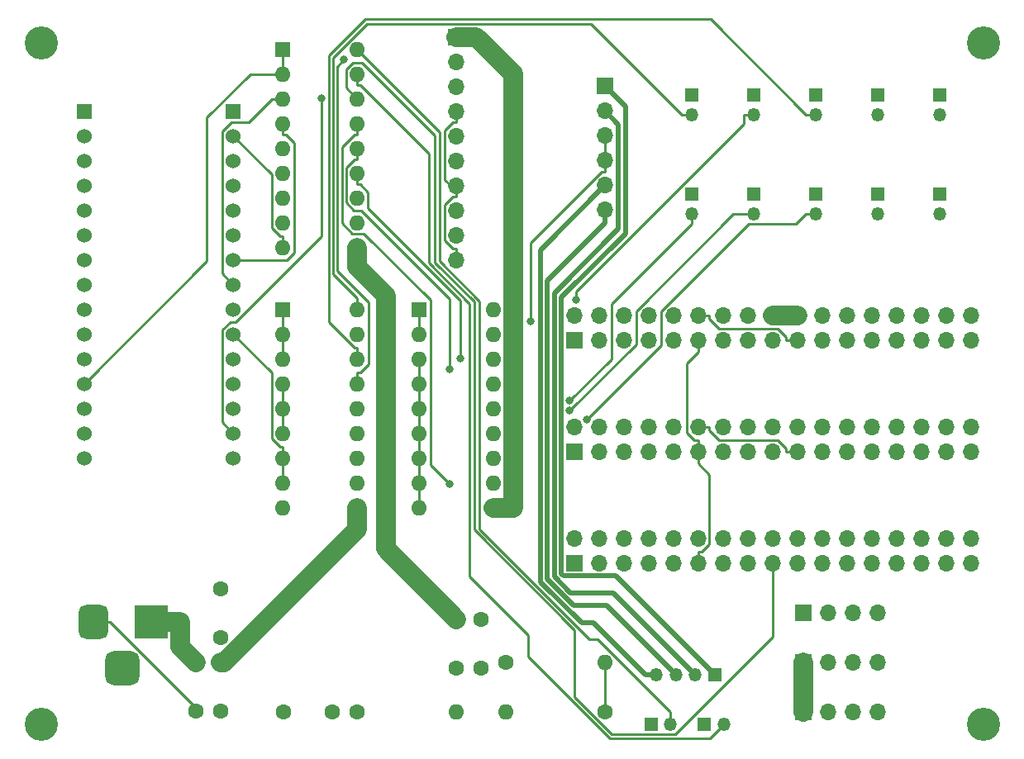
<source format=gbr>
%TF.GenerationSoftware,KiCad,Pcbnew,(6.0.7)*%
%TF.CreationDate,2023-04-09T01:20:44+09:00*%
%TF.ProjectId,EleMagDriver,456c654d-6167-4447-9269-7665722e6b69,rev?*%
%TF.SameCoordinates,Original*%
%TF.FileFunction,Copper,L2,Bot*%
%TF.FilePolarity,Positive*%
%FSLAX46Y46*%
G04 Gerber Fmt 4.6, Leading zero omitted, Abs format (unit mm)*
G04 Created by KiCad (PCBNEW (6.0.7)) date 2023-04-09 01:20:44*
%MOMM*%
%LPD*%
G01*
G04 APERTURE LIST*
G04 Aperture macros list*
%AMRoundRect*
0 Rectangle with rounded corners*
0 $1 Rounding radius*
0 $2 $3 $4 $5 $6 $7 $8 $9 X,Y pos of 4 corners*
0 Add a 4 corners polygon primitive as box body*
4,1,4,$2,$3,$4,$5,$6,$7,$8,$9,$2,$3,0*
0 Add four circle primitives for the rounded corners*
1,1,$1+$1,$2,$3*
1,1,$1+$1,$4,$5*
1,1,$1+$1,$6,$7*
1,1,$1+$1,$8,$9*
0 Add four rect primitives between the rounded corners*
20,1,$1+$1,$2,$3,$4,$5,0*
20,1,$1+$1,$4,$5,$6,$7,0*
20,1,$1+$1,$6,$7,$8,$9,0*
20,1,$1+$1,$8,$9,$2,$3,0*%
G04 Aperture macros list end*
%TA.AperFunction,ComponentPad*%
%ADD10C,1.600000*%
%TD*%
%TA.AperFunction,ComponentPad*%
%ADD11R,1.530000X1.530000*%
%TD*%
%TA.AperFunction,ComponentPad*%
%ADD12C,1.530000*%
%TD*%
%TA.AperFunction,ComponentPad*%
%ADD13O,1.600000X1.600000*%
%TD*%
%TA.AperFunction,ComponentPad*%
%ADD14O,1.700000X1.700000*%
%TD*%
%TA.AperFunction,ComponentPad*%
%ADD15R,1.700000X1.700000*%
%TD*%
%TA.AperFunction,ComponentPad*%
%ADD16R,1.350000X1.350000*%
%TD*%
%TA.AperFunction,ComponentPad*%
%ADD17O,1.350000X1.350000*%
%TD*%
%TA.AperFunction,ComponentPad*%
%ADD18R,3.500000X3.500000*%
%TD*%
%TA.AperFunction,ComponentPad*%
%ADD19RoundRect,0.750000X-0.750000X-1.000000X0.750000X-1.000000X0.750000X1.000000X-0.750000X1.000000X0*%
%TD*%
%TA.AperFunction,ComponentPad*%
%ADD20RoundRect,0.875000X-0.875000X-0.875000X0.875000X-0.875000X0.875000X0.875000X-0.875000X0.875000X0*%
%TD*%
%TA.AperFunction,ComponentPad*%
%ADD21R,1.600000X1.600000*%
%TD*%
%TA.AperFunction,ViaPad*%
%ADD22C,3.400000*%
%TD*%
%TA.AperFunction,ViaPad*%
%ADD23C,0.800000*%
%TD*%
%TA.AperFunction,Conductor*%
%ADD24C,0.250000*%
%TD*%
%TA.AperFunction,Conductor*%
%ADD25C,0.500000*%
%TD*%
%TA.AperFunction,Conductor*%
%ADD26C,2.000000*%
%TD*%
G04 APERTURE END LIST*
D10*
%TO.P,C2,1*%
%TO.N,+12V*%
X123190000Y-117475000D03*
%TO.P,C2,2*%
%TO.N,GND*%
X123190000Y-122475000D03*
%TD*%
D11*
%TO.P,U1,3_1,PA9*%
%TO.N,/Stp_A*%
X109220000Y-60960000D03*
%TO.P,U1,4_1,VIN*%
%TO.N,unconnected-(U1-Pad4_1)*%
X124460000Y-60960000D03*
D12*
%TO.P,U1,3_2,PA10*%
%TO.N,/Stp_B*%
X109220000Y-63500000D03*
%TO.P,U1,4_2,GND_2*%
%TO.N,GND*%
X124460000Y-63500000D03*
%TO.P,U1,3_3,NRST_1*%
%TO.N,unconnected-(U1-Pad3_3)*%
X109220000Y-66040000D03*
%TO.P,U1,4_3,NRST_2*%
%TO.N,unconnected-(U1-Pad4_3)*%
X124460000Y-66040000D03*
%TO.P,U1,3_4,GND_1*%
%TO.N,GND*%
X109220000Y-68580000D03*
%TO.P,U1,4_4,+5V*%
%TO.N,unconnected-(U1-Pad4_4)*%
X124460000Y-68580000D03*
%TO.P,U1,3_5,PA12*%
%TO.N,unconnected-(U1-Pad3_5)*%
X109220000Y-71120000D03*
%TO.P,U1,4_5,PA2*%
%TO.N,unconnected-(U1-Pad4_5)*%
X124460000Y-71120000D03*
%TO.P,U1,3_6,PB0*%
%TO.N,/Stp_AN*%
X109220000Y-73660000D03*
%TO.P,U1,4_6,PA7*%
%TO.N,unconnected-(U1-Pad4_6)*%
X124460000Y-73660000D03*
%TO.P,U1,3_7,PB7*%
%TO.N,/Step2*%
X109220000Y-76200000D03*
%TO.P,U1,4_7,PA6*%
%TO.N,/Step1*%
X124460000Y-76200000D03*
%TO.P,U1,3_8,PB6*%
%TO.N,/Direction2*%
X109220000Y-78740000D03*
%TO.P,U1,4_8,PA5*%
%TO.N,/Direction1*%
X124460000Y-78740000D03*
%TO.P,U1,3_9,PB1*%
%TO.N,/Stp_BN*%
X109220000Y-81280000D03*
%TO.P,U1,4_9,PA4*%
%TO.N,/Relay4*%
X124460000Y-81280000D03*
%TO.P,U1,3_10,PF0*%
%TO.N,/Direction3*%
X109220000Y-83820000D03*
%TO.P,U1,4_10,PA3*%
%TO.N,/Relay3*%
X124460000Y-83820000D03*
%TO.P,U1,3_11,PF1*%
%TO.N,/Step3*%
X109220000Y-86360000D03*
%TO.P,U1,4_11,PA1*%
%TO.N,/Relay2*%
X124460000Y-86360000D03*
%TO.P,U1,3_12,PA8*%
%TO.N,/Solenoid*%
X109220000Y-88900000D03*
%TO.P,U1,4_12,PA0*%
%TO.N,/Relay1*%
X124460000Y-88900000D03*
%TO.P,U1,3_13,PA11*%
%TO.N,unconnected-(U1-Pad3_13)*%
X109220000Y-91440000D03*
%TO.P,U1,4_13,AREF*%
%TO.N,unconnected-(U1-Pad4_13)*%
X124460000Y-91440000D03*
%TO.P,U1,3_14,PB5*%
%TO.N,unconnected-(U1-Pad3_14)*%
X109220000Y-93980000D03*
%TO.P,U1,4_14,+3V3*%
%TO.N,+3.3V*%
X124460000Y-93980000D03*
%TO.P,U1,3_15,PB4*%
%TO.N,unconnected-(U1-Pad3_15)*%
X109220000Y-96520000D03*
%TO.P,U1,4_15,PB3*%
%TO.N,unconnected-(U1-Pad4_15)*%
X124460000Y-96520000D03*
%TD*%
D10*
%TO.P,R3,1*%
%TO.N,Net-(IC1-Pad5)*%
X162560000Y-122555000D03*
D13*
%TO.P,R3,2*%
%TO.N,GND*%
X152400000Y-122555000D03*
%TD*%
%TO.P,R2,2*%
%TO.N,Net-(IC1-Pad5)*%
X162560000Y-117475000D03*
D10*
%TO.P,R2,1*%
%TO.N,+5V*%
X152400000Y-117475000D03*
%TD*%
%TO.P,R1,1*%
%TO.N,Net-(C4-Pad2)*%
X137160000Y-122555000D03*
D13*
%TO.P,R1,2*%
%TO.N,GND*%
X147320000Y-122555000D03*
%TD*%
D14*
%TO.P,J22,34,Pin_34*%
%TO.N,unconnected-(J22-Pad34)*%
X200025000Y-81915000D03*
%TO.P,J22,33,Pin_33*%
%TO.N,unconnected-(J22-Pad33)*%
X200025000Y-84455000D03*
%TO.P,J22,32,Pin_32*%
%TO.N,unconnected-(J22-Pad32)*%
X197485000Y-81915000D03*
%TO.P,J22,31,Pin_31*%
%TO.N,unconnected-(J22-Pad31)*%
X197485000Y-84455000D03*
%TO.P,J22,30,Pin_30*%
%TO.N,unconnected-(J22-Pad30)*%
X194945000Y-81915000D03*
%TO.P,J22,29,Pin_29*%
%TO.N,unconnected-(J22-Pad29)*%
X194945000Y-84455000D03*
%TO.P,J22,28,Pin_28*%
%TO.N,unconnected-(J22-Pad28)*%
X192405000Y-81915000D03*
%TO.P,J22,27,Pin_27*%
%TO.N,unconnected-(J22-Pad27)*%
X192405000Y-84455000D03*
%TO.P,J22,26,Pin_26*%
%TO.N,unconnected-(J22-Pad26)*%
X189865000Y-81915000D03*
%TO.P,J22,25,Pin_25*%
%TO.N,unconnected-(J22-Pad25)*%
X189865000Y-84455000D03*
%TO.P,J22,24,Pin_24*%
%TO.N,unconnected-(J22-Pad24)*%
X187325000Y-81915000D03*
%TO.P,J22,23,Pin_23*%
%TO.N,unconnected-(J22-Pad23)*%
X187325000Y-84455000D03*
%TO.P,J22,22,Pin_22*%
%TO.N,unconnected-(J22-Pad22)*%
X184785000Y-81915000D03*
%TO.P,J22,21,Pin_21*%
%TO.N,unconnected-(J22-Pad21)*%
X184785000Y-84455000D03*
%TO.P,J22,20,Pin_20*%
%TO.N,+5V*%
X182245000Y-81915000D03*
%TO.P,J22,19,Pin_19*%
%TO.N,Net-(IC2-Pad11)*%
X182245000Y-84455000D03*
%TO.P,J22,18,Pin_18*%
%TO.N,+5V*%
X179705000Y-81915000D03*
%TO.P,J22,17,Pin_17*%
%TO.N,Net-(IC2-Pad12)*%
X179705000Y-84455000D03*
%TO.P,J22,16,Pin_16*%
%TO.N,unconnected-(J22-Pad16)*%
X177165000Y-81915000D03*
%TO.P,J22,15,Pin_15*%
%TO.N,unconnected-(J22-Pad15)*%
X177165000Y-84455000D03*
%TO.P,J22,14,Pin_14*%
%TO.N,unconnected-(J22-Pad14)*%
X174625000Y-81915000D03*
%TO.P,J22,13,Pin_13*%
%TO.N,unconnected-(J22-Pad13)*%
X174625000Y-84455000D03*
%TO.P,J22,12,Pin_12*%
%TO.N,Net-(IC2-Pad11)*%
X172085000Y-81915000D03*
%TO.P,J22,11,Pin_11*%
%TO.N,GND*%
X172085000Y-84455000D03*
%TO.P,J22,10,Pin_10*%
%TO.N,unconnected-(J22-Pad10)*%
X169545000Y-81915000D03*
%TO.P,J22,9,Pin_9*%
%TO.N,unconnected-(J22-Pad9)*%
X169545000Y-84455000D03*
%TO.P,J22,8,Pin_8*%
%TO.N,unconnected-(J22-Pad8)*%
X167005000Y-81915000D03*
%TO.P,J22,7,Pin_7*%
%TO.N,unconnected-(J22-Pad7)*%
X167005000Y-84455000D03*
%TO.P,J22,6,Pin_6*%
%TO.N,unconnected-(J22-Pad6)*%
X164465000Y-81915000D03*
%TO.P,J22,5,Pin_5*%
%TO.N,unconnected-(J22-Pad5)*%
X164465000Y-84455000D03*
%TO.P,J22,4,Pin_4*%
%TO.N,unconnected-(J22-Pad4)*%
X161925000Y-81915000D03*
%TO.P,J22,3,Pin_3*%
%TO.N,unconnected-(J22-Pad3)*%
X161925000Y-84455000D03*
%TO.P,J22,2,Pin_2*%
%TO.N,unconnected-(J22-Pad2)*%
X159385000Y-81915000D03*
D15*
%TO.P,J22,1,Pin_1*%
%TO.N,unconnected-(J22-Pad1)*%
X159385000Y-84455000D03*
%TD*%
%TO.P,J21,1,Pin_1*%
%TO.N,+5V*%
X182880000Y-112395000D03*
D14*
%TO.P,J21,2,Pin_2*%
%TO.N,GND*%
X185420000Y-112395000D03*
%TO.P,J21,3,Pin_3*%
%TO.N,unconnected-(J21-Pad3)*%
X187960000Y-112395000D03*
%TO.P,J21,4,Pin_4*%
%TO.N,unconnected-(J21-Pad4)*%
X190500000Y-112395000D03*
%TD*%
D15*
%TO.P,J20,1,Pin_1*%
%TO.N,unconnected-(J20-Pad1)*%
X159385000Y-95885000D03*
D14*
%TO.P,J20,2,Pin_2*%
%TO.N,unconnected-(J20-Pad2)*%
X159385000Y-93345000D03*
%TO.P,J20,3,Pin_3*%
%TO.N,unconnected-(J20-Pad3)*%
X161925000Y-95885000D03*
%TO.P,J20,4,Pin_4*%
%TO.N,unconnected-(J20-Pad4)*%
X161925000Y-93345000D03*
%TO.P,J20,5,Pin_5*%
%TO.N,unconnected-(J20-Pad5)*%
X164465000Y-95885000D03*
%TO.P,J20,6,Pin_6*%
%TO.N,unconnected-(J20-Pad6)*%
X164465000Y-93345000D03*
%TO.P,J20,7,Pin_7*%
%TO.N,unconnected-(J20-Pad7)*%
X167005000Y-95885000D03*
%TO.P,J20,8,Pin_8*%
%TO.N,unconnected-(J20-Pad8)*%
X167005000Y-93345000D03*
%TO.P,J20,9,Pin_9*%
%TO.N,unconnected-(J20-Pad9)*%
X169545000Y-95885000D03*
%TO.P,J20,10,Pin_10*%
%TO.N,unconnected-(J20-Pad10)*%
X169545000Y-93345000D03*
%TO.P,J20,11,Pin_11*%
%TO.N,GND*%
X172085000Y-95885000D03*
%TO.P,J20,12,Pin_12*%
%TO.N,Net-(IC2-Pad13)*%
X172085000Y-93345000D03*
%TO.P,J20,13,Pin_13*%
%TO.N,unconnected-(J20-Pad13)*%
X174625000Y-95885000D03*
%TO.P,J20,14,Pin_14*%
%TO.N,unconnected-(J20-Pad14)*%
X174625000Y-93345000D03*
%TO.P,J20,15,Pin_15*%
%TO.N,unconnected-(J20-Pad15)*%
X177165000Y-95885000D03*
%TO.P,J20,16,Pin_16*%
%TO.N,unconnected-(J20-Pad16)*%
X177165000Y-93345000D03*
%TO.P,J20,17,Pin_17*%
%TO.N,Net-(IC2-Pad14)*%
X179705000Y-95885000D03*
%TO.P,J20,18,Pin_18*%
%TO.N,+5V*%
X179705000Y-93345000D03*
%TO.P,J20,19,Pin_19*%
%TO.N,Net-(IC2-Pad13)*%
X182245000Y-95885000D03*
%TO.P,J20,20,Pin_20*%
%TO.N,+5V*%
X182245000Y-93345000D03*
%TO.P,J20,21,Pin_21*%
%TO.N,unconnected-(J20-Pad21)*%
X184785000Y-95885000D03*
%TO.P,J20,22,Pin_22*%
%TO.N,unconnected-(J20-Pad22)*%
X184785000Y-93345000D03*
%TO.P,J20,23,Pin_23*%
%TO.N,unconnected-(J20-Pad23)*%
X187325000Y-95885000D03*
%TO.P,J20,24,Pin_24*%
%TO.N,unconnected-(J20-Pad24)*%
X187325000Y-93345000D03*
%TO.P,J20,25,Pin_25*%
%TO.N,unconnected-(J20-Pad25)*%
X189865000Y-95885000D03*
%TO.P,J20,26,Pin_26*%
%TO.N,unconnected-(J20-Pad26)*%
X189865000Y-93345000D03*
%TO.P,J20,27,Pin_27*%
%TO.N,unconnected-(J20-Pad27)*%
X192405000Y-95885000D03*
%TO.P,J20,28,Pin_28*%
%TO.N,unconnected-(J20-Pad28)*%
X192405000Y-93345000D03*
%TO.P,J20,29,Pin_29*%
%TO.N,unconnected-(J20-Pad29)*%
X194945000Y-95885000D03*
%TO.P,J20,30,Pin_30*%
%TO.N,unconnected-(J20-Pad30)*%
X194945000Y-93345000D03*
%TO.P,J20,31,Pin_31*%
%TO.N,unconnected-(J20-Pad31)*%
X197485000Y-95885000D03*
%TO.P,J20,32,Pin_32*%
%TO.N,unconnected-(J20-Pad32)*%
X197485000Y-93345000D03*
%TO.P,J20,33,Pin_33*%
%TO.N,unconnected-(J20-Pad33)*%
X200025000Y-95885000D03*
%TO.P,J20,34,Pin_34*%
%TO.N,unconnected-(J20-Pad34)*%
X200025000Y-93345000D03*
%TD*%
D15*
%TO.P,J19,1,Pin_1*%
%TO.N,+5V*%
X182880000Y-117475000D03*
D14*
%TO.P,J19,2,Pin_2*%
%TO.N,GND*%
X185420000Y-117475000D03*
%TO.P,J19,3,Pin_3*%
%TO.N,unconnected-(J19-Pad3)*%
X187960000Y-117475000D03*
%TO.P,J19,4,Pin_4*%
%TO.N,unconnected-(J19-Pad4)*%
X190500000Y-117475000D03*
%TD*%
%TO.P,J18,34,Pin_34*%
%TO.N,unconnected-(J18-Pad34)*%
X200025000Y-104775000D03*
%TO.P,J18,33,Pin_33*%
%TO.N,unconnected-(J18-Pad33)*%
X200025000Y-107315000D03*
%TO.P,J18,32,Pin_32*%
%TO.N,unconnected-(J18-Pad32)*%
X197485000Y-104775000D03*
%TO.P,J18,31,Pin_31*%
%TO.N,unconnected-(J18-Pad31)*%
X197485000Y-107315000D03*
%TO.P,J18,30,Pin_30*%
%TO.N,unconnected-(J18-Pad30)*%
X194945000Y-104775000D03*
%TO.P,J18,29,Pin_29*%
%TO.N,unconnected-(J18-Pad29)*%
X194945000Y-107315000D03*
%TO.P,J18,28,Pin_28*%
%TO.N,unconnected-(J18-Pad28)*%
X192405000Y-104775000D03*
%TO.P,J18,27,Pin_27*%
%TO.N,unconnected-(J18-Pad27)*%
X192405000Y-107315000D03*
%TO.P,J18,26,Pin_26*%
%TO.N,unconnected-(J18-Pad26)*%
X189865000Y-104775000D03*
%TO.P,J18,25,Pin_25*%
%TO.N,unconnected-(J18-Pad25)*%
X189865000Y-107315000D03*
%TO.P,J18,24,Pin_24*%
%TO.N,unconnected-(J18-Pad24)*%
X187325000Y-104775000D03*
%TO.P,J18,23,Pin_23*%
%TO.N,unconnected-(J18-Pad23)*%
X187325000Y-107315000D03*
%TO.P,J18,22,Pin_22*%
%TO.N,unconnected-(J18-Pad22)*%
X184785000Y-104775000D03*
%TO.P,J18,21,Pin_21*%
%TO.N,unconnected-(J18-Pad21)*%
X184785000Y-107315000D03*
%TO.P,J18,20,Pin_20*%
%TO.N,+5V*%
X182245000Y-104775000D03*
%TO.P,J18,19,Pin_19*%
%TO.N,Net-(IC2-Pad15)*%
X182245000Y-107315000D03*
%TO.P,J18,18,Pin_18*%
%TO.N,+5V*%
X179705000Y-104775000D03*
%TO.P,J18,17,Pin_17*%
%TO.N,Net-(IC2-Pad16)*%
X179705000Y-107315000D03*
%TO.P,J18,16,Pin_16*%
%TO.N,unconnected-(J18-Pad16)*%
X177165000Y-104775000D03*
%TO.P,J18,15,Pin_15*%
%TO.N,unconnected-(J18-Pad15)*%
X177165000Y-107315000D03*
%TO.P,J18,14,Pin_14*%
%TO.N,unconnected-(J18-Pad14)*%
X174625000Y-104775000D03*
%TO.P,J18,13,Pin_13*%
%TO.N,unconnected-(J18-Pad13)*%
X174625000Y-107315000D03*
%TO.P,J18,12,Pin_12*%
%TO.N,Net-(IC2-Pad15)*%
X172085000Y-104775000D03*
%TO.P,J18,11,Pin_11*%
%TO.N,GND*%
X172085000Y-107315000D03*
%TO.P,J18,10,Pin_10*%
%TO.N,unconnected-(J18-Pad10)*%
X169545000Y-104775000D03*
%TO.P,J18,9,Pin_9*%
%TO.N,unconnected-(J18-Pad9)*%
X169545000Y-107315000D03*
%TO.P,J18,8,Pin_8*%
%TO.N,unconnected-(J18-Pad8)*%
X167005000Y-104775000D03*
%TO.P,J18,7,Pin_7*%
%TO.N,unconnected-(J18-Pad7)*%
X167005000Y-107315000D03*
%TO.P,J18,6,Pin_6*%
%TO.N,unconnected-(J18-Pad6)*%
X164465000Y-104775000D03*
%TO.P,J18,5,Pin_5*%
%TO.N,unconnected-(J18-Pad5)*%
X164465000Y-107315000D03*
%TO.P,J18,4,Pin_4*%
%TO.N,unconnected-(J18-Pad4)*%
X161925000Y-104775000D03*
%TO.P,J18,3,Pin_3*%
%TO.N,unconnected-(J18-Pad3)*%
X161925000Y-107315000D03*
%TO.P,J18,2,Pin_2*%
%TO.N,unconnected-(J18-Pad2)*%
X159385000Y-104775000D03*
D15*
%TO.P,J18,1,Pin_1*%
%TO.N,unconnected-(J18-Pad1)*%
X159385000Y-107315000D03*
%TD*%
%TO.P,J17,1,Pin_1*%
%TO.N,+5V*%
X182880000Y-122555000D03*
D14*
%TO.P,J17,2,Pin_2*%
%TO.N,GND*%
X185420000Y-122555000D03*
%TO.P,J17,3,Pin_3*%
%TO.N,unconnected-(J17-Pad3)*%
X187960000Y-122555000D03*
%TO.P,J17,4,Pin_4*%
%TO.N,unconnected-(J17-Pad4)*%
X190500000Y-122555000D03*
%TD*%
D16*
%TO.P,J16,1,Pin_1*%
%TO.N,+12V*%
X196850000Y-69485000D03*
D17*
%TO.P,J16,2,Pin_2*%
%TO.N,Net-(IC4-Pad17)*%
X196850000Y-71485000D03*
%TD*%
D16*
%TO.P,J15,1,Pin_1*%
%TO.N,+12V*%
X190500000Y-69485000D03*
D17*
%TO.P,J15,2,Pin_2*%
%TO.N,Net-(IC4-Pad18)*%
X190500000Y-71485000D03*
%TD*%
D16*
%TO.P,J14,1,Pin_1*%
%TO.N,+12V*%
X184150000Y-69485000D03*
D17*
%TO.P,J14,2,Pin_2*%
%TO.N,Net-(IC3-Pad11)*%
X184150000Y-71485000D03*
%TD*%
D16*
%TO.P,J13,1,Pin_1*%
%TO.N,+12V*%
X177800000Y-69485000D03*
D17*
%TO.P,J13,2,Pin_2*%
%TO.N,Net-(IC3-Pad12)*%
X177800000Y-71485000D03*
%TD*%
D16*
%TO.P,J12,1,Pin_1*%
%TO.N,+12V*%
X171450000Y-69485000D03*
D17*
%TO.P,J12,2,Pin_2*%
%TO.N,Net-(IC3-Pad13)*%
X171450000Y-71485000D03*
%TD*%
%TO.P,J11,2,Pin_2*%
%TO.N,Net-(IC3-Pad14)*%
X196850000Y-61325000D03*
D16*
%TO.P,J11,1,Pin_1*%
%TO.N,+12V*%
X196850000Y-59325000D03*
%TD*%
%TO.P,J10,1,Pin_1*%
%TO.N,+12V*%
X190500000Y-59325000D03*
D17*
%TO.P,J10,2,Pin_2*%
%TO.N,Net-(IC3-Pad15)*%
X190500000Y-61325000D03*
%TD*%
D16*
%TO.P,J9,1,Pin_1*%
%TO.N,+12V*%
X184150000Y-59325000D03*
D17*
%TO.P,J9,2,Pin_2*%
%TO.N,Net-(IC3-Pad16)*%
X184150000Y-61325000D03*
%TD*%
D16*
%TO.P,J8,1,Pin_1*%
%TO.N,+12V*%
X177800000Y-59325000D03*
D17*
%TO.P,J8,2,Pin_2*%
%TO.N,Net-(IC3-Pad17)*%
X177800000Y-61325000D03*
%TD*%
D16*
%TO.P,J7,1,Pin_1*%
%TO.N,+12V*%
X171450000Y-59325000D03*
D17*
%TO.P,J7,2,Pin_2*%
%TO.N,Net-(IC3-Pad18)*%
X171450000Y-61325000D03*
%TD*%
D16*
%TO.P,J6,1,Pin_1*%
%TO.N,/Motor_OutAN*%
X173815000Y-118745000D03*
D17*
%TO.P,J6,2,Pin_2*%
%TO.N,/Motor_OutA*%
X171815000Y-118745000D03*
%TO.P,J6,3,Pin_3*%
%TO.N,/Motor_OutB*%
X169815000Y-118745000D03*
%TO.P,J6,4,Pin_4*%
%TO.N,/Motor_OutBN*%
X167815000Y-118745000D03*
%TD*%
D16*
%TO.P,J5,1,Pin_1*%
%TO.N,+5V*%
X172720000Y-123825000D03*
D17*
%TO.P,J5,2,Pin_2*%
%TO.N,Net-(IC2-Pad17)*%
X174720000Y-123825000D03*
%TD*%
D16*
%TO.P,J4,1,Pin_1*%
%TO.N,+5V*%
X167275000Y-123825000D03*
D17*
%TO.P,J4,2,Pin_2*%
%TO.N,Net-(IC2-Pad18)*%
X169275000Y-123825000D03*
%TD*%
D15*
%TO.P,J3,1,Pin_1*%
%TO.N,/Motor_OutAN*%
X162560000Y-58415000D03*
D14*
%TO.P,J3,2,Pin_2*%
%TO.N,/Motor_OutA*%
X162560000Y-60955000D03*
%TO.P,J3,3,Pin_3*%
%TO.N,GND*%
X162560000Y-63495000D03*
%TO.P,J3,4,Pin_4*%
X162560000Y-66035000D03*
%TO.P,J3,5,Pin_5*%
%TO.N,/Motor_OutBN*%
X162560000Y-68575000D03*
%TO.P,J3,6,Pin_6*%
%TO.N,/Motor_OutB*%
X162560000Y-71115000D03*
%TD*%
D15*
%TO.P,J2,1,Pin_1*%
%TO.N,+12V*%
X147320000Y-53340000D03*
D14*
%TO.P,J2,2,Pin_2*%
%TO.N,+3.3V*%
X147320000Y-55880000D03*
%TO.P,J2,3,Pin_3*%
%TO.N,GND*%
X147320000Y-58420000D03*
%TO.P,J2,4,Pin_4*%
%TO.N,+3.3V*%
X147320000Y-60960000D03*
%TO.P,J2,5,Pin_5*%
%TO.N,/Stp_BN*%
X147320000Y-63500000D03*
%TO.P,J2,6,Pin_6*%
%TO.N,/Stp_B*%
X147320000Y-66040000D03*
%TO.P,J2,7,Pin_7*%
%TO.N,+3.3V*%
X147320000Y-68580000D03*
%TO.P,J2,8,Pin_8*%
%TO.N,/Stp_A*%
X147320000Y-71120000D03*
%TO.P,J2,9,Pin_9*%
%TO.N,/Stp_AN*%
X147320000Y-73660000D03*
%TO.P,J2,10,Pin_10*%
%TO.N,+3.3V*%
X147320000Y-76200000D03*
%TD*%
D18*
%TO.P,J1,1*%
%TO.N,+12V*%
X116109000Y-113342500D03*
D19*
%TO.P,J1,2*%
%TO.N,GND*%
X110109000Y-113342500D03*
D20*
%TO.P,J1,3*%
%TO.N,N/C*%
X113109000Y-118042500D03*
%TD*%
D21*
%TO.P,IC4,1,I1*%
%TO.N,/Relay4*%
X143520000Y-81290000D03*
D13*
%TO.P,IC4,2,I2*%
X143520000Y-83830000D03*
%TO.P,IC4,3,I3*%
%TO.N,GND*%
X143520000Y-86370000D03*
%TO.P,IC4,4,I4*%
X143520000Y-88910000D03*
%TO.P,IC4,5,I5*%
X143520000Y-91450000D03*
%TO.P,IC4,6,I6*%
X143520000Y-93990000D03*
%TO.P,IC4,7,I7*%
X143520000Y-96530000D03*
%TO.P,IC4,8,I8*%
X143520000Y-99070000D03*
%TO.P,IC4,9,GND*%
X143520000Y-101610000D03*
%TO.P,IC4,10,COM*%
%TO.N,+12V*%
X151140000Y-101610000D03*
%TO.P,IC4,11,O8*%
%TO.N,unconnected-(IC4-Pad11)*%
X151140000Y-99070000D03*
%TO.P,IC4,12,O7*%
%TO.N,unconnected-(IC4-Pad12)*%
X151140000Y-96530000D03*
%TO.P,IC4,13,O6*%
%TO.N,unconnected-(IC4-Pad13)*%
X151140000Y-93990000D03*
%TO.P,IC4,14,O5*%
%TO.N,unconnected-(IC4-Pad14)*%
X151140000Y-91450000D03*
%TO.P,IC4,15,O4*%
%TO.N,unconnected-(IC4-Pad15)*%
X151140000Y-88910000D03*
%TO.P,IC4,16,O3*%
%TO.N,unconnected-(IC4-Pad16)*%
X151140000Y-86370000D03*
%TO.P,IC4,17,O2*%
%TO.N,Net-(IC4-Pad17)*%
X151140000Y-83830000D03*
%TO.P,IC4,18,O1*%
%TO.N,Net-(IC4-Pad18)*%
X151140000Y-81290000D03*
%TD*%
D21*
%TO.P,IC3,1,I1*%
%TO.N,/Relay1*%
X129550000Y-81290000D03*
D13*
%TO.P,IC3,2,I2*%
X129550000Y-83830000D03*
%TO.P,IC3,3,I3*%
X129550000Y-86370000D03*
%TO.P,IC3,4,I4*%
%TO.N,/Relay2*%
X129550000Y-88910000D03*
%TO.P,IC3,5,I5*%
X129550000Y-91450000D03*
%TO.P,IC3,6,I6*%
X129550000Y-93990000D03*
%TO.P,IC3,7,I7*%
%TO.N,/Relay3*%
X129550000Y-96530000D03*
%TO.P,IC3,8,I8*%
X129550000Y-99070000D03*
%TO.P,IC3,9,GND*%
%TO.N,GND*%
X129550000Y-101610000D03*
%TO.P,IC3,10,COM*%
%TO.N,+12V*%
X137170000Y-101610000D03*
%TO.P,IC3,11,O8*%
%TO.N,Net-(IC3-Pad11)*%
X137170000Y-99070000D03*
%TO.P,IC3,12,O7*%
%TO.N,Net-(IC3-Pad12)*%
X137170000Y-96530000D03*
%TO.P,IC3,13,O6*%
%TO.N,Net-(IC3-Pad13)*%
X137170000Y-93990000D03*
%TO.P,IC3,14,O5*%
%TO.N,Net-(IC3-Pad14)*%
X137170000Y-91450000D03*
%TO.P,IC3,15,O4*%
%TO.N,Net-(IC3-Pad15)*%
X137170000Y-88910000D03*
%TO.P,IC3,16,O3*%
%TO.N,Net-(IC3-Pad16)*%
X137170000Y-86370000D03*
%TO.P,IC3,17,O2*%
%TO.N,Net-(IC3-Pad17)*%
X137170000Y-83830000D03*
%TO.P,IC3,18,O1*%
%TO.N,Net-(IC3-Pad18)*%
X137170000Y-81290000D03*
%TD*%
D21*
%TO.P,IC2,1,I1*%
%TO.N,/Solenoid*%
X129550000Y-54620000D03*
D13*
%TO.P,IC2,2,I2*%
X129550000Y-57160000D03*
%TO.P,IC2,3,I3*%
%TO.N,/Direction1*%
X129550000Y-59700000D03*
%TO.P,IC2,4,I4*%
%TO.N,/Step1*%
X129550000Y-62240000D03*
%TO.P,IC2,5,I5*%
%TO.N,/Step2*%
X129550000Y-64780000D03*
%TO.P,IC2,6,I6*%
%TO.N,/Direction2*%
X129550000Y-67320000D03*
%TO.P,IC2,7,I7*%
%TO.N,/Direction3*%
X129550000Y-69860000D03*
%TO.P,IC2,8,I8*%
%TO.N,/Step3*%
X129550000Y-72400000D03*
%TO.P,IC2,9,GND*%
%TO.N,GND*%
X129550000Y-74940000D03*
%TO.P,IC2,10,COM*%
%TO.N,+5V*%
X137170000Y-74940000D03*
%TO.P,IC2,11,O8*%
%TO.N,Net-(IC2-Pad11)*%
X137170000Y-72400000D03*
%TO.P,IC2,12,O7*%
%TO.N,Net-(IC2-Pad12)*%
X137170000Y-69860000D03*
%TO.P,IC2,13,O6*%
%TO.N,Net-(IC2-Pad13)*%
X137170000Y-67320000D03*
%TO.P,IC2,14,O5*%
%TO.N,Net-(IC2-Pad14)*%
X137170000Y-64780000D03*
%TO.P,IC2,15,O4*%
%TO.N,Net-(IC2-Pad15)*%
X137170000Y-62240000D03*
%TO.P,IC2,16,O3*%
%TO.N,Net-(IC2-Pad16)*%
X137170000Y-59700000D03*
%TO.P,IC2,17,O2*%
%TO.N,Net-(IC2-Pad17)*%
X137170000Y-57160000D03*
%TO.P,IC2,18,O1*%
%TO.N,Net-(IC2-Pad18)*%
X137170000Y-54620000D03*
%TD*%
D10*
%TO.P,C6,1*%
%TO.N,+5V*%
X147320000Y-113030000D03*
%TO.P,C6,2*%
%TO.N,GND*%
X147320000Y-118030000D03*
%TD*%
%TO.P,C5,1*%
%TO.N,+5V*%
X149860000Y-113070000D03*
%TO.P,C5,2*%
%TO.N,GND*%
X149860000Y-118070000D03*
%TD*%
%TO.P,C4,1*%
%TO.N,Net-(C4-Pad1)*%
X129580000Y-122555000D03*
%TO.P,C4,2*%
%TO.N,Net-(C4-Pad2)*%
X134580000Y-122555000D03*
%TD*%
%TO.P,C3,1*%
%TO.N,Net-(C3-Pad1)*%
X123190000Y-114935000D03*
%TO.P,C3,2*%
%TO.N,Net-(C3-Pad2)*%
X123190000Y-109935000D03*
%TD*%
%TO.P,C1,1*%
%TO.N,+12V*%
X120650000Y-117475000D03*
%TO.P,C1,2*%
%TO.N,GND*%
X120650000Y-122475000D03*
%TD*%
D22*
%TO.N,*%
X201295000Y-123825000D03*
X104775000Y-123825000D03*
X201295000Y-53975000D03*
X104775000Y-53975000D03*
D23*
%TO.N,+3.3V*%
X133512400Y-59622000D03*
%TO.N,Net-(IC3-Pad17)*%
X159585900Y-80319100D03*
%TO.N,Net-(IC3-Pad15)*%
X135836600Y-55704400D03*
%TO.N,Net-(IC3-Pad13)*%
X158941200Y-90667000D03*
%TO.N,Net-(IC3-Pad12)*%
X158951100Y-91682900D03*
%TO.N,Net-(IC3-Pad11)*%
X160669800Y-92540300D03*
%TO.N,Net-(IC2-Pad15)*%
X146633400Y-99214800D03*
%TO.N,Net-(IC2-Pad14)*%
X146619300Y-87396600D03*
%TO.N,Net-(IC2-Pad13)*%
X147777900Y-86323000D03*
%TO.N,GND*%
X154969700Y-82466900D03*
%TD*%
D24*
%TO.N,GND*%
X129550000Y-74940000D02*
X129550000Y-73814700D01*
X129268600Y-73814700D02*
X128424700Y-72970800D01*
X170909700Y-93901800D02*
X171717600Y-94709700D01*
X173260300Y-98235600D02*
X172085000Y-97060300D01*
D25*
%TO.N,/Motor_OutB*%
X162710100Y-111640100D02*
X169815000Y-118745000D01*
X159336500Y-111640100D02*
X162710100Y-111640100D01*
X156649400Y-108953000D02*
X159336500Y-111640100D01*
X156649400Y-78325900D02*
X156649400Y-108953000D01*
X162560000Y-72415300D02*
X156649400Y-78325900D01*
X162560000Y-71115000D02*
X162560000Y-72415300D01*
%TO.N,/Motor_OutBN*%
X155949000Y-75186000D02*
X162560000Y-68575000D01*
X155949000Y-109243100D02*
X155949000Y-75186000D01*
X160151300Y-113445400D02*
X155949000Y-109243100D01*
X161390100Y-113445400D02*
X160151300Y-113445400D01*
X166689700Y-118745000D02*
X161390100Y-113445400D01*
X167815000Y-118745000D02*
X166689700Y-118745000D01*
%TO.N,/Motor_OutA*%
X163926000Y-62321000D02*
X162560000Y-60955000D01*
X163926000Y-73021800D02*
X163926000Y-62321000D01*
X157357900Y-79589900D02*
X163926000Y-73021800D01*
X157357900Y-108655900D02*
X157357900Y-79589900D01*
X159032300Y-110330300D02*
X157357900Y-108655900D01*
X163400300Y-110330300D02*
X159032300Y-110330300D01*
X171815000Y-118745000D02*
X163400300Y-110330300D01*
%TO.N,/Motor_OutAN*%
X164627300Y-60482300D02*
X162560000Y-58415000D01*
X164627300Y-73517000D02*
X164627300Y-60482300D01*
X158084600Y-80059700D02*
X164627300Y-73517000D01*
X158084600Y-108392100D02*
X158084600Y-80059700D01*
X158307900Y-108615400D02*
X158084600Y-108392100D01*
X163685400Y-108615400D02*
X158307900Y-108615400D01*
X173815000Y-118745000D02*
X163685400Y-108615400D01*
D24*
%TO.N,+3.3V*%
X146952600Y-69755300D02*
X147320000Y-69755300D01*
X146144700Y-70563200D02*
X146952600Y-69755300D01*
X146144700Y-74216700D02*
X146144700Y-70563200D01*
X146952700Y-75024700D02*
X146144700Y-74216700D01*
X147320000Y-75024700D02*
X146952700Y-75024700D01*
X147320000Y-76200000D02*
X147320000Y-75024700D01*
X147320000Y-68580000D02*
X147320000Y-69167600D01*
X147320000Y-69167600D02*
X147320000Y-69755300D01*
X146952600Y-62135300D02*
X147320000Y-62135300D01*
X146144700Y-62943200D02*
X146952600Y-62135300D01*
X146144700Y-67992300D02*
X146144700Y-62943200D01*
X147320000Y-69167600D02*
X146144700Y-67992300D01*
X147320000Y-60960000D02*
X147320000Y-62135300D01*
X123353500Y-92873500D02*
X124460000Y-93980000D01*
X123353500Y-83362500D02*
X123353500Y-92873500D01*
X124166000Y-82550000D02*
X123353500Y-83362500D01*
X124736100Y-82550000D02*
X124166000Y-82550000D01*
X133512400Y-73773700D02*
X124736100Y-82550000D01*
X133512400Y-59622000D02*
X133512400Y-73773700D01*
%TO.N,/Relay4*%
X143520000Y-83830000D02*
X143520000Y-81290000D01*
%TO.N,Net-(IC3-Pad18)*%
X137170000Y-81290000D02*
X137170000Y-80164700D01*
X171450000Y-61325000D02*
X170449700Y-61325000D01*
X134688100Y-77682800D02*
X137170000Y-80164700D01*
X134688100Y-55467400D02*
X134688100Y-77682800D01*
X138154200Y-52001300D02*
X134688100Y-55467400D01*
X161126000Y-52001300D02*
X138154200Y-52001300D01*
X170449700Y-61325000D02*
X161126000Y-52001300D01*
%TO.N,Net-(IC3-Pad17)*%
X177800000Y-61325000D02*
X176799700Y-61325000D01*
X159585900Y-79470500D02*
X159585900Y-80319100D01*
X176799700Y-62256700D02*
X159585900Y-79470500D01*
X176799700Y-61325000D02*
X176799700Y-62256700D01*
%TO.N,Net-(IC3-Pad16)*%
X137170000Y-86370000D02*
X137170000Y-85244700D01*
X184150000Y-61325000D02*
X183149700Y-61325000D01*
X136888700Y-85244700D02*
X137170000Y-85244700D01*
X134237800Y-82593800D02*
X136888700Y-85244700D01*
X134237800Y-55279600D02*
X134237800Y-82593800D01*
X137989800Y-51527600D02*
X134237800Y-55279600D01*
X173352300Y-51527600D02*
X137989800Y-51527600D01*
X183149700Y-61325000D02*
X173352300Y-51527600D01*
%TO.N,Net-(IC3-Pad15)*%
X137170000Y-88910000D02*
X137170000Y-87784700D01*
X137451300Y-87784700D02*
X137170000Y-87784700D01*
X138295400Y-86940600D02*
X137451300Y-87784700D01*
X138295400Y-80521900D02*
X138295400Y-86940600D01*
X135138400Y-77364900D02*
X138295400Y-80521900D01*
X135138400Y-56402600D02*
X135138400Y-77364900D01*
X135836600Y-55704400D02*
X135138400Y-56402600D01*
%TO.N,Net-(IC3-Pad13)*%
X171450000Y-71485000D02*
X171450000Y-72485300D01*
X163195000Y-86413200D02*
X158941200Y-90667000D01*
X163195000Y-80740300D02*
X163195000Y-86413200D01*
X171450000Y-72485300D02*
X163195000Y-80740300D01*
%TO.N,Net-(IC3-Pad12)*%
X175712300Y-71485000D02*
X177800000Y-71485000D01*
X165735000Y-81462300D02*
X175712300Y-71485000D01*
X165735000Y-84899000D02*
X165735000Y-81462300D01*
X158951100Y-91682900D02*
X165735000Y-84899000D01*
%TO.N,Net-(IC3-Pad11)*%
X184150000Y-71485000D02*
X183149700Y-71485000D01*
X168275000Y-84935100D02*
X160669800Y-92540300D01*
X168275000Y-81472000D02*
X168275000Y-84935100D01*
X177261700Y-72485300D02*
X168275000Y-81472000D01*
X182149400Y-72485300D02*
X177261700Y-72485300D01*
X183149700Y-71485000D02*
X182149400Y-72485300D01*
%TO.N,/Relay3*%
X129550000Y-99070000D02*
X129550000Y-96530000D01*
X128424700Y-87784700D02*
X124460000Y-83820000D01*
X128424700Y-94560800D02*
X128424700Y-87784700D01*
X129268600Y-95404700D02*
X128424700Y-94560800D01*
X129550000Y-95404700D02*
X129268600Y-95404700D01*
X129550000Y-96530000D02*
X129550000Y-95404700D01*
%TO.N,/Relay2*%
X129550000Y-93990000D02*
X129550000Y-91450000D01*
X129550000Y-91450000D02*
X129550000Y-88910000D01*
%TO.N,/Relay1*%
X129550000Y-86370000D02*
X129550000Y-83830000D01*
X129550000Y-83830000D02*
X129550000Y-81290000D01*
%TO.N,Net-(IC2-Pad18)*%
X145629500Y-63079500D02*
X137170000Y-54620000D01*
X145629500Y-76365000D02*
X145629500Y-63079500D01*
X149698700Y-80434200D02*
X145629500Y-76365000D01*
X149698700Y-103806500D02*
X149698700Y-80434200D01*
X160974300Y-115082100D02*
X149698700Y-103806500D01*
X161797900Y-115082100D02*
X160974300Y-115082100D01*
X169275000Y-122559200D02*
X161797900Y-115082100D01*
X169275000Y-123825000D02*
X169275000Y-122559200D01*
%TO.N,Net-(IC2-Pad17)*%
X137170000Y-57160000D02*
X137170000Y-58285300D01*
X137451400Y-58285300D02*
X137170000Y-58285300D01*
X144504000Y-65337900D02*
X137451400Y-58285300D01*
X144504000Y-76513500D02*
X144504000Y-65337900D01*
X148687900Y-80697400D02*
X144504000Y-76513500D01*
X148687900Y-108681900D02*
X148687900Y-80697400D01*
X154661600Y-114655600D02*
X148687900Y-108681900D01*
X154661600Y-116914200D02*
X154661600Y-114655600D01*
X163023100Y-125275700D02*
X154661600Y-116914200D01*
X173269300Y-125275700D02*
X163023100Y-125275700D01*
X174720000Y-123825000D02*
X173269300Y-125275700D01*
%TO.N,Net-(IC2-Pad16)*%
X136042900Y-58572900D02*
X137170000Y-59700000D01*
X136042900Y-56677200D02*
X136042900Y-58572900D01*
X136691100Y-56029000D02*
X136042900Y-56677200D01*
X137678300Y-56029000D02*
X136691100Y-56029000D01*
X145113200Y-63463900D02*
X137678300Y-56029000D01*
X145113200Y-76485700D02*
X145113200Y-63463900D01*
X149138200Y-80510700D02*
X145113200Y-76485700D01*
X149138200Y-103882900D02*
X149138200Y-80510700D01*
X159407700Y-114152400D02*
X149138200Y-103882900D01*
X159407700Y-121023400D02*
X159407700Y-114152400D01*
X163209600Y-124825300D02*
X159407700Y-121023400D01*
X169741300Y-124825300D02*
X163209600Y-124825300D01*
X179705000Y-114861600D02*
X169741300Y-124825300D01*
X179705000Y-107315000D02*
X179705000Y-114861600D01*
%TO.N,Net-(IC2-Pad15)*%
X137170000Y-62240000D02*
X137170000Y-63365300D01*
X144645400Y-97226800D02*
X146633400Y-99214800D01*
X144645400Y-80320100D02*
X144645400Y-97226800D01*
X137853900Y-73528600D02*
X144645400Y-80320100D01*
X136673800Y-73528600D02*
X137853900Y-73528600D01*
X135588700Y-72443500D02*
X136673800Y-73528600D01*
X135588700Y-64665300D02*
X135588700Y-72443500D01*
X136888700Y-63365300D02*
X135588700Y-64665300D01*
X137170000Y-63365300D02*
X136888700Y-63365300D01*
%TO.N,Net-(IC2-Pad14)*%
X137170000Y-64780000D02*
X137170000Y-65905300D01*
X146619200Y-87396600D02*
X146619300Y-87396600D01*
X146619200Y-80195600D02*
X146619200Y-87396600D01*
X137553600Y-71130000D02*
X146619200Y-80195600D01*
X136817100Y-71130000D02*
X137553600Y-71130000D01*
X136039100Y-70352000D02*
X136817100Y-71130000D01*
X136039100Y-66754900D02*
X136039100Y-70352000D01*
X136888700Y-65905300D02*
X136039100Y-66754900D01*
X137170000Y-65905300D02*
X136888700Y-65905300D01*
%TO.N,Net-(IC2-Pad13)*%
X181069700Y-95517600D02*
X181069700Y-95885000D01*
X180261800Y-94709700D02*
X181069700Y-95517600D01*
X174257600Y-94709700D02*
X180261800Y-94709700D01*
X173260300Y-93712400D02*
X174257600Y-94709700D01*
X173260300Y-93345000D02*
X173260300Y-93712400D01*
X172085000Y-93345000D02*
X173260300Y-93345000D01*
X182245000Y-95885000D02*
X181069700Y-95885000D01*
X147777900Y-80424300D02*
X147777900Y-86323000D01*
X138295300Y-70941700D02*
X147777900Y-80424300D01*
X138295300Y-69289200D02*
X138295300Y-70941700D01*
X137451400Y-68445300D02*
X138295300Y-69289200D01*
X137170000Y-68445300D02*
X137451400Y-68445300D01*
X137170000Y-67320000D02*
X137170000Y-68445300D01*
%TO.N,Net-(IC2-Pad11)*%
X181069700Y-84087600D02*
X181069700Y-84455000D01*
X180261800Y-83279700D02*
X181069700Y-84087600D01*
X174257700Y-83279700D02*
X180261800Y-83279700D01*
X173260300Y-82282300D02*
X174257700Y-83279700D01*
X173260300Y-81915000D02*
X173260300Y-82282300D01*
X172085000Y-81915000D02*
X173260300Y-81915000D01*
X182245000Y-84455000D02*
X181069700Y-84455000D01*
%TO.N,/Step1*%
X129959400Y-76200000D02*
X124460000Y-76200000D01*
X130678400Y-75481000D02*
X129959400Y-76200000D01*
X130678400Y-64212400D02*
X130678400Y-75481000D01*
X129831300Y-63365300D02*
X130678400Y-64212400D01*
X129550000Y-63365300D02*
X129831300Y-63365300D01*
X129550000Y-62240000D02*
X129550000Y-63365300D01*
%TO.N,/Direction1*%
X123338300Y-77618300D02*
X124460000Y-78740000D01*
X123338300Y-63054400D02*
X123338300Y-77618300D01*
X124322000Y-62070700D02*
X123338300Y-63054400D01*
X126054000Y-62070700D02*
X124322000Y-62070700D01*
X128424700Y-59700000D02*
X126054000Y-62070700D01*
X129550000Y-59700000D02*
X128424700Y-59700000D01*
%TO.N,/Solenoid*%
X129550000Y-57160000D02*
X129550000Y-54620000D01*
X121781700Y-76338300D02*
X109220000Y-88900000D01*
X121781700Y-61602900D02*
X121781700Y-76338300D01*
X126224600Y-57160000D02*
X121781700Y-61602900D01*
X129550000Y-57160000D02*
X126224600Y-57160000D01*
%TO.N,Net-(IC1-Pad5)*%
X162560000Y-117475000D02*
X162560000Y-122555000D01*
D26*
%TO.N,+5V*%
X182880000Y-122555000D02*
X182880000Y-117475000D01*
X179705000Y-81915000D02*
X182245000Y-81915000D01*
X140098300Y-105808300D02*
X147320000Y-113030000D01*
X140098300Y-79868600D02*
X140098300Y-105808300D01*
X137170000Y-76940300D02*
X140098300Y-79868600D01*
X137170000Y-74940000D02*
X137170000Y-76940300D01*
D24*
%TO.N,GND*%
X128424700Y-67464700D02*
X124460000Y-63500000D01*
X128424700Y-72970800D02*
X128424700Y-67464700D01*
X129550000Y-73814700D02*
X129268600Y-73814700D01*
X143520000Y-99070000D02*
X143520000Y-96530000D01*
X143520000Y-96530000D02*
X143520000Y-93990000D01*
X143520000Y-93990000D02*
X143520000Y-91450000D01*
X143520000Y-91450000D02*
X143520000Y-88910000D01*
X143520000Y-88910000D02*
X143520000Y-86370000D01*
X143520000Y-99070000D02*
X143520000Y-101610000D01*
X111877000Y-113342500D02*
X110109000Y-113342500D01*
X120650000Y-122115500D02*
X111877000Y-113342500D01*
X120650000Y-122475000D02*
X120650000Y-122115500D01*
X171717600Y-94709700D02*
X172085000Y-94709700D01*
X170909700Y-86805600D02*
X170909700Y-93901800D01*
X172085000Y-85630300D02*
X170909700Y-86805600D01*
X172085000Y-84455000D02*
X172085000Y-85630300D01*
X172085000Y-95885000D02*
X172085000Y-94709700D01*
X162560000Y-63495000D02*
X162560000Y-66035000D01*
X162560000Y-66035000D02*
X162560000Y-67210300D01*
X154969700Y-74433300D02*
X154969700Y-82466900D01*
X162192700Y-67210300D02*
X154969700Y-74433300D01*
X162560000Y-67210300D02*
X162192700Y-67210300D01*
X173260300Y-105331700D02*
X173260300Y-98235600D01*
X172452300Y-106139700D02*
X173260300Y-105331700D01*
X172085000Y-106139700D02*
X172452300Y-106139700D01*
X172085000Y-107315000D02*
X172085000Y-106139700D01*
X172085000Y-95885000D02*
X172085000Y-97060300D01*
D26*
%TO.N,+12V*%
X119059300Y-115884300D02*
X120650000Y-117475000D01*
X119059300Y-113342500D02*
X119059300Y-115884300D01*
X116109000Y-113342500D02*
X119059300Y-113342500D01*
X147320000Y-53340000D02*
X149370300Y-53340000D01*
X151140000Y-101610000D02*
X153140300Y-101610000D01*
X137170000Y-103801200D02*
X137170000Y-101610000D01*
X123496200Y-117475000D02*
X137170000Y-103801200D01*
X123190000Y-117475000D02*
X123496200Y-117475000D01*
X153140300Y-57110000D02*
X149370300Y-53340000D01*
X153140300Y-101610000D02*
X153140300Y-57110000D01*
%TD*%
M02*

</source>
